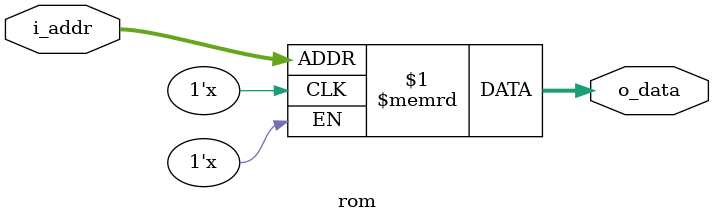
<source format=v>
`ifndef ROM_V
`define ROM_V 1

module rom(
    input [18:0] i_addr,
    output [7:0] o_data
);
    reg [7:0] memory [0:524287];

    assign o_data = memory[i_addr];
endmodule

`endif
</source>
